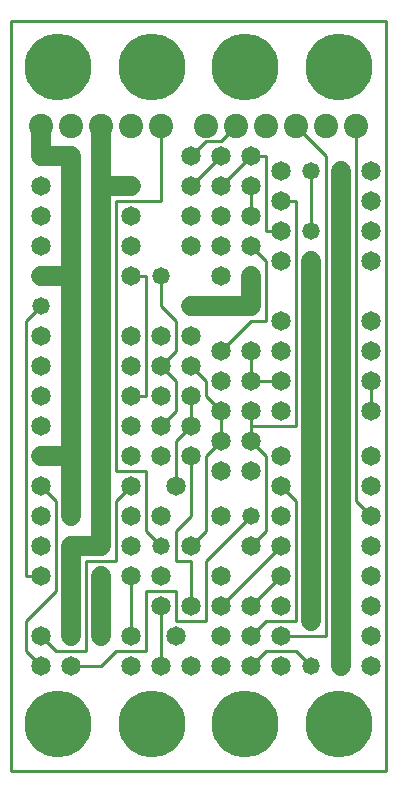
<source format=gbl>
%MOIN*%
%FSLAX25Y25*%
G04 D10 used for Character Trace; *
G04     Circle (OD=.01000) (No hole)*
G04 D11 used for Power Trace; *
G04     Circle (OD=.06700) (No hole)*
G04 D12 used for Signal Trace; *
G04     Circle (OD=.01100) (No hole)*
G04 D13 used for Via; *
G04     Circle (OD=.05800) (Round. Hole ID=.02800)*
G04 D14 used for Component hole; *
G04     Circle (OD=.06500) (Round. Hole ID=.03500)*
G04 D15 used for Component hole; *
G04     Circle (OD=.06700) (Round. Hole ID=.04300)*
G04 D16 used for Component hole; *
G04     Circle (OD=.08100) (Round. Hole ID=.05100)*
G04 D17 used for Component hole; *
G04     Circle (OD=.08900) (Round. Hole ID=.05900)*
G04 D18 used for Component hole; *
G04     Circle (OD=.11300) (Round. Hole ID=.08300)*
G04 D19 used for Component hole; *
G04     Circle (OD=.16000) (Round. Hole ID=.13000)*
G04 D20 used for Component hole; *
G04     Circle (OD=.18300) (Round. Hole ID=.15300)*
G04 D21 used for Component hole; *
G04     Circle (OD=.22291) (Round. Hole ID=.19291)*
%ADD10C,.01000*%
%ADD11C,.06700*%
%ADD12C,.01100*%
%ADD13C,.05800*%
%ADD14C,.06500*%
%ADD15C,.06700*%
%ADD16C,.08100*%
%ADD17C,.08900*%
%ADD18C,.11300*%
%ADD19C,.16000*%
%ADD20C,.18300*%
%ADD21C,.22291*%
%IPPOS*%
%LPD*%
G90*X0Y0D02*D21*X15625Y15625D03*D12*              
X20000Y35000D02*X30000D01*D14*X20000D03*D12*      
X15000Y40000D02*X25000D01*X15000D02*              
X10000Y45000D01*D14*D03*D12*X5000Y40000D02*       
Y50000D01*X10000Y35000D02*X5000Y40000D01*D14*     
X10000Y35000D03*X20000Y45000D03*D11*Y75000D01*    
X30000D01*Y105000D01*D13*D03*D11*Y130000D01*D13*  
D03*D11*Y155000D01*D13*D03*D11*Y195000D01*        
X40000D01*D14*D03*D12*X35000Y100000D02*Y190000D01*
Y100000D02*X45000D01*Y80000D01*X50000Y75000D01*   
D13*D03*D12*X55000Y70000D02*X60000D01*Y55000D01*  
D14*D03*D12*X55000Y50000D02*X65000D01*X55000D02*  
Y60000D01*X45000D01*Y40000D01*X35000D01*          
X30000Y35000D01*X25000Y40000D02*Y70000D01*        
X35000D01*Y90000D01*X40000Y95000D01*D14*D03*      
X50000Y85000D03*Y105000D03*X40000D03*Y85000D03*   
D12*X55000Y70000D02*Y80000D01*D14*X60000Y75000D03*
D12*X65000Y80000D01*Y105000D01*X70000Y110000D01*  
D14*D03*D12*Y120000D01*D14*D03*D12*               
X65000Y125000D01*Y130000D01*X60000Y135000D01*D14* 
D03*D12*X50000D02*X55000Y140000D01*D14*           
X50000Y135000D03*D12*X55000Y130000D01*Y120000D01* 
X50000Y115000D01*D14*D03*D12*X55000Y95000D02*     
Y110000D01*D14*Y95000D03*X60000Y105000D03*D12*    
Y85000D01*X55000Y80000D01*X65000Y50000D02*        
Y70000D01*D14*X70000Y45000D03*Y55000D03*D12*      
X90000Y75000D01*D14*D03*D12*X80000D02*            
X85000Y80000D01*D14*X80000Y75000D03*D12*          
X85000Y80000D02*Y105000D01*X80000Y110000D01*D14*  
D03*D12*Y115000D01*X95000D01*Y190000D01*X90000D01*
D14*D03*D13*X100000Y180000D03*D12*Y200000D01*D13* 
D03*D12*X105000Y45000D02*Y205000D01*              
X90000Y45000D02*X105000D01*D14*X90000D03*D12*     
X100000Y35000D02*X95000Y40000D01*D13*             
X100000Y35000D03*D12*X85000Y40000D02*X95000D01*   
X80000Y35000D02*X85000Y40000D01*D14*              
X80000Y35000D03*X90000D03*X80000Y45000D03*D12*    
X85000Y50000D01*X95000D01*Y90000D01*              
X90000Y95000D01*D14*D03*D13*X80000Y85000D03*D12*  
X65000Y70000D01*D14*X70000Y65000D03*              
X80000Y55000D03*D12*X90000Y65000D01*D14*D03*      
Y55000D03*D13*X100000Y50000D03*D11*Y95000D01*D13* 
D03*D11*Y120000D01*D13*D03*D11*Y150000D01*D13*D03*
D11*Y170000D01*D13*D03*X110000Y160000D03*D11*     
Y105000D01*D13*D03*D11*Y35000D01*D13*D03*D14*     
X120000Y45000D03*Y35000D03*Y55000D03*D21*         
X109375Y15625D03*D14*X120000Y65000D03*D21*        
X78125Y15625D03*D12*X0Y0D02*X125000D01*X0D02*     
Y250000D01*X125000D01*Y0D01*D14*X70000Y35000D03*  
X60000D03*X55000Y45000D03*X50000Y65000D03*        
Y55000D03*D12*Y35000D01*D14*D03*X40000Y45000D03*  
D12*Y65000D01*D14*D03*Y75000D03*D13*              
X30000Y65000D03*D11*Y45000D01*D14*D03*            
X40000Y35000D03*D12*X5000Y50000D02*               
X15000Y60000D01*Y90000D01*X10000Y95000D01*D14*D03*
D13*X20000Y85000D03*D11*Y105000D01*X10000D01*D14* 
D03*D11*X20000D02*Y165000D01*X10000D01*D14*D03*   
D11*X20000D02*Y205000D01*D13*D03*D11*X10000D01*   
Y215000D01*D16*D03*X20000D03*D11*X30000Y195000D02*
Y215000D01*D16*D03*X40000D03*D14*X10000Y195000D03*
D21*X46875Y234375D03*D16*X50000Y215000D03*D12*    
Y190000D01*X35000D01*D14*X40000Y185000D03*        
Y175000D03*X60000D03*Y185000D03*Y195000D03*D12*   
X70000Y205000D01*D14*D03*D12*X60000D02*           
X65000Y210000D01*D14*X60000Y205000D03*D12*        
X65000Y210000D02*X70000D01*X75000Y215000D01*D16*  
D03*D12*X85000Y180000D02*Y205000D01*Y180000D02*   
X90000D01*D14*D03*X80000Y185000D03*D12*Y195000D01*
D14*D03*X70000Y185000D03*D12*X80000Y205000D02*    
X85000D01*D14*X80000D03*D12*X70000Y195000D01*D14* 
D03*D16*X85000Y215000D03*D14*X70000Y175000D03*    
X90000Y200000D03*D16*X65000Y215000D03*D14*        
X80000Y175000D03*D12*X85000Y170000D01*Y150000D01* 
X80000D01*X70000Y140000D01*D14*D03*               
X80000Y130000D03*D12*X90000D01*D14*D03*           
X80000Y140000D03*D12*Y130000D01*D14*              
X90000Y120000D03*Y140000D03*X70000Y130000D03*     
X80000Y120000D03*D12*Y115000D01*D14*              
X90000Y105000D03*X70000Y100000D03*X80000D03*      
X60000Y125000D03*D12*Y115000D01*D14*D03*D12*      
X55000Y110000D01*D14*X40000Y125000D03*D12*        
X45000D01*Y165000D01*X40000D01*D14*D03*D12*       
X55000Y150000D02*X50000Y155000D01*                
X55000Y140000D02*Y150000D01*D14*X60000Y145000D03* 
X50000D03*D13*X60000Y155000D03*D11*X80000D01*     
Y165000D01*D14*D03*X70000D03*X90000Y170000D03*    
Y150000D03*D11*X110000Y160000D02*Y200000D01*D13*  
D03*D12*X105000Y205000D02*X95000Y215000D01*D16*   
D03*X105000D03*D21*X109375Y234375D03*D16*         
X115000Y215000D03*D12*Y90000D01*X120000Y85000D01* 
D14*D03*Y95000D03*Y75000D03*Y105000D03*           
X90000Y85000D03*X120000Y120000D03*D12*Y130000D01* 
D14*D03*Y140000D03*Y150000D03*Y170000D03*         
Y180000D03*X70000Y85000D03*X120000Y190000D03*D13* 
X50000Y165000D03*D12*Y155000D01*D14*              
X40000Y145000D03*Y135000D03*X50000Y125000D03*     
X10000Y115000D03*Y185000D03*Y175000D03*           
X40000Y115000D03*D13*X10000Y155000D03*D12*        
X5000Y150000D01*Y65000D01*X10000D01*D14*D03*      
Y75000D03*Y85000D03*D21*X46875Y15625D03*D14*      
X10000Y125000D03*Y135000D03*Y145000D03*           
X120000Y200000D03*D21*X78125Y234375D03*X15625D03* 
M02*                                              

</source>
